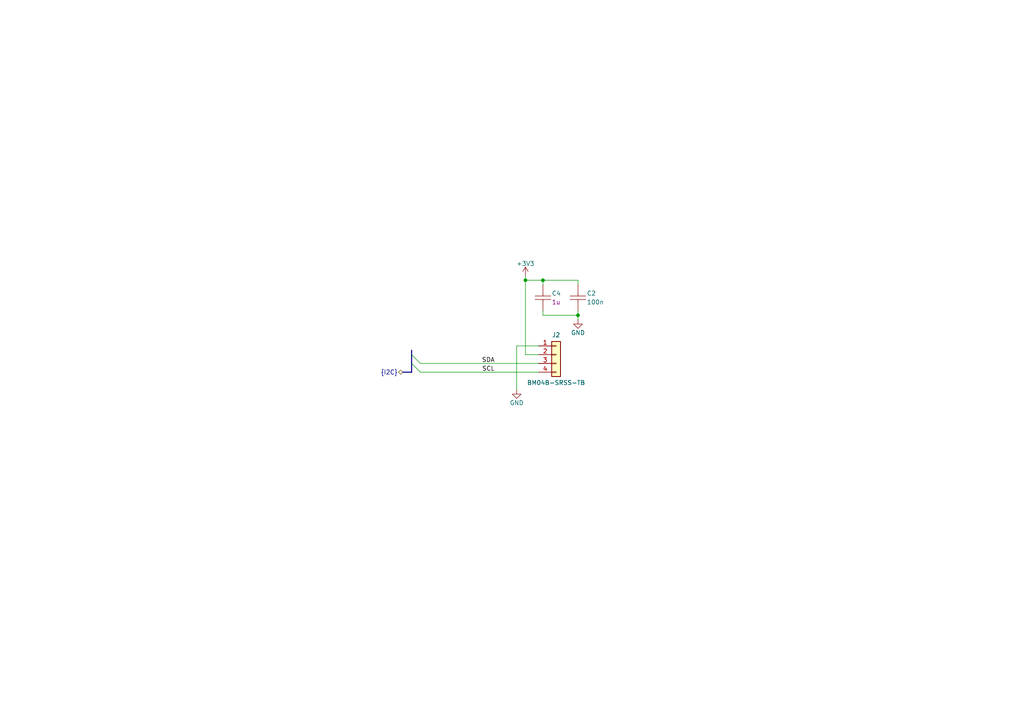
<source format=kicad_sch>
(kicad_sch (version 20230121) (generator eeschema)
  (paper "A4")
  (title_block (title "Programmable Keyboard") (date "2023-10-14") (rev "1.0") (company "Kallio Designs Oy") (comment 1 "TL, NH") (comment 3 "PCB_PN"))
  (lib_symbols
    (symbol "KD_Capacitor:C_0603_100n_X7R_50V" (pin_numbers hide) (pin_names hide)
      (property "Reference" "C" (at 2.54 1.27 0))
      (property "Value" "100n" (at 2.54 -1.27 0))
      (symbol "C_0603_100n_X7R_50V_0_1"
        (polyline (pts (xy -2.286 -0.508) (xy 2.286 -0.508)))
        (polyline (pts (xy -2.286 0.508) (xy 2.286 0.508)))
        (polyline (pts (xy 0 -0.508) (xy 0 -1.016)))
        (polyline (pts (xy 0 0.508) (xy 0 1.016)))
      )
      (symbol "C_0603_100n_X7R_50V_1_1"
        (pin passive line (at 0 3.81 270) (length 2.794) (name "~") (number "1"))
        (pin passive line (at 0 -3.81 90) (length 2.794) (name "~") (number "2"))
      )
    )
    (symbol "KD_Capacitor:C_0805_1u_X7R_25V" (pin_numbers hide) (pin_names hide)
      (property "Reference" "C" (at 2.54 1.27 0))
      (property "Code" "1u" (at 2.54 -1.27 0))
      (symbol "C_0805_1u_X7R_25V_0_1"
        (polyline (pts (xy -2.286 -0.508) (xy 2.286 -0.508)))
        (polyline (pts (xy -2.286 0.508) (xy 2.286 0.508)))
        (polyline (pts (xy 0 -0.508) (xy 0 -1.016)))
        (polyline (pts (xy 0 0.508) (xy 0 1.016)))
      )
      (symbol "C_0805_1u_X7R_25V_1_1"
        (pin passive line (at 0 3.81 270) (length 2.794) (name "~") (number "1"))
        (pin passive line (at 0 -3.81 90) (length 2.794) (name "~") (number "2"))
      )
    )
    (symbol "KD_Connector_Rectangular:JST_SH_1X04_BM04B-SRSS-TB" (pin_names hide)
      (property "Reference" "J" (at 5.08 3.175 0))
      (property "Value" "BM04B-SRSS-TB" (at 5.08 -10.668 0))
      (symbol "JST_SH_1X04_BM04B-SRSS-TB_1_1"
        (rectangle (start 3.81 -7.493) (end 5.08 -7.747) (stroke (width 0.1524)))
        (rectangle (start 3.81 -4.953) (end 5.08 -5.207) (stroke (width 0.1524)))
        (rectangle (start 3.81 -2.413) (end 5.08 -2.667) (stroke (width 0.1524)))
        (rectangle (start 3.81 0.127) (end 5.08 -0.127) (stroke (width 0.1524)))
        (rectangle (start 3.81 1.27) (end 6.35 -8.89) (stroke (width 0.254)) (fill (type background)))
        (pin passive line (at 0 0 0) (length 3.81) (name "Pin_1") (number "1"))
        (pin passive line (at 0 -2.54 0) (length 3.81) (name "Pin_2") (number "2"))
        (pin passive line (at 0 -5.08 0) (length 3.81) (name "Pin_3") (number "3"))
        (pin passive line (at 0 -7.62 0) (length 3.81) (name "Pin_4") (number "4"))
      )
    )
    (symbol "power:+3V3" (power) (pin_names (offset 0))
      (property "Value" "+3V3" (at 0 3.556 0))
      (symbol "+3V3_0_1"
        (polyline (pts (xy -0.762 1.27) (xy 0 2.54)))
        (polyline (pts (xy 0 0) (xy 0 2.54)))
        (polyline (pts (xy 0 2.54) (xy 0.762 1.27)))
      )
      (symbol "+3V3_1_1"
        (pin power_in line (at 0 0 90) (length 0) hide (name "+3V3") (number "1"))
      )
    )
    (symbol "power:GND" (power) (pin_names (offset 0))
      (property "Value" "GND" (at 0 -3.81 0))
      (symbol "GND_0_1"
        (polyline (pts (xy 0 0) (xy 0 -1.27) (xy 1.27 -1.27) (xy 0 -2.54) (xy -1.27 -1.27) (xy 0 -1.27)))
      )
      (symbol "GND_1_1"
        (pin power_in line (at 0 0 270) (length 0) hide (name "GND") (number "1"))
      )
    )
  )
  (junction (at 152.4 81.28))
  (junction (at 167.64 91.44))
  (junction (at 157.48 81.28))
  (bus_entry (at 121.92 105.41) (size -2.54 -2.54))
  (bus_entry (at 121.92 107.95) (size -2.54 -2.54))
  (wire (pts (xy 167.64 91.44) (xy 167.64 90.17)))
  (bus (pts (xy 119.38 102.87) (xy 119.38 105.41)))
  (wire (pts (xy 152.4 81.28) (xy 152.4 80.01)))
  (wire (pts (xy 167.64 82.55) (xy 167.64 81.28)))
  (wire (pts (xy 157.48 91.44) (xy 167.64 91.44)))
  (wire (pts (xy 152.4 81.28) (xy 157.48 81.28)))
  (wire (pts (xy 167.64 92.71) (xy 167.64 91.44)))
  (bus (pts (xy 119.38 101.6) (xy 119.38 102.87)))
  (bus (pts (xy 119.38 105.41) (xy 119.38 107.95)))
  (wire (pts (xy 152.4 102.87) (xy 152.4 81.28)))
  (wire (pts (xy 149.86 100.33) (xy 149.86 113.03)))
  (wire (pts (xy 121.92 107.95) (xy 156.21 107.95)))
  (wire (pts (xy 157.48 81.28) (xy 167.64 81.28)))
  (bus (pts (xy 116.84 107.95) (xy 119.38 107.95)))
  (wire (pts (xy 156.21 100.33) (xy 149.86 100.33)))
  (wire (pts (xy 121.92 105.41) (xy 156.21 105.41)))
  (wire (pts (xy 156.21 102.87) (xy 152.4 102.87)))
  (wire (pts (xy 157.48 82.55) (xy 157.48 81.28)))
  (wire (pts (xy 157.48 90.17) (xy 157.48 91.44)))
  (label "SCL" (at 143.51 107.95 180))
  (label "SDA" (at 143.51 105.41 180))
  (hierarchical_label "{I2C}" (shape bidirectional) (at 116.84 107.95 180))
  (symbol (lib_id "power:GND") (at 167.64 92.71 0) (mirror y) (unit 1)
    (property "Reference" "#GND04" (effects hide))
    (property "Value" "GND" (at 167.64 96.52 0))
    (instances (project "000052 RCCON" (path "" (reference "#GND04") (unit 1))) (project "000018 PGKB" (path "" (reference "#GND017") (unit 1)) (path "" (reference "#GND022") (unit 1))))
  )
  (symbol (lib_id "power:GND") (at 149.86 113.03 0) (mirror y) (unit 1)
    (property "Reference" "#GND04" (effects hide))
    (property "Value" "GND" (at 149.86 116.84 0))
    (instances (project "000052 RCCON" (path "" (reference "#GND04") (unit 1))) (project "000018 PGKB" (path "" (reference "#GND017") (unit 1)) (path "" (reference "#GND021") (unit 1))))
  )
  (symbol (lib_id "KD_Capacitor:C_0805_1u_X7R_25V") (at 157.48 86.36 0) (unit 1)
    (property "Reference" "C4" (at 160.02 85.09 0) (effects (justify left)))
    (property "Value" "1u" (effects hide))
    (property "Footprint" "KD_Capacitor:CAPC2012X135N" (effects hide))
    (property "Datasheet" "https://mm.digikey.com/Volume0/opasdata/d220001/medias/docus/1105/CL21B105KAFNNNE_Spec.pdf" (effects hide))
    (property "Code" "1u" (at 160.02 87.63 0) (effects (justify left)))
    (property "Manufacturer" "Samsung Electro-Mechanics" (effects hide))
    (property "MFG_PartNo" "CL21B105KAFNNNE" (effects hide))
    (property "Supplier" "Digi-Key" (effects hide))
    (property "Supplier_PartNo" "1276-1066-1-ND" (effects hide))
    (property "DNP" "F" (effects hide))
    (property "Price" "0.03" (effects hide))
    (instances (project "000052 RCCON" (path "" (reference "C4") (unit 1))) (project "000018 PGKB" (path "" (reference "C9") (unit 1)) (path "" (reference "C23") (unit 1))))
  )
  (symbol (lib_id "KD_Connector_Rectangular:JST_SH_1X04_BM04B-SRSS-TB") (at 156.21 100.33 0) (unit 1)
    (property "Reference" "J2" (at 161.29 97.155 0))
    (property "Value" "BM04B-SRSS-TB" (at 161.29 110.998 0))
    (property "Footprint" "KD_Connector_Rectangular:JST_SH_BM04B-SRSS-TB_1x04-1MP_P1.00mm_Vertical" (effects hide))
    (property "Datasheet" "https://www.jst-mfg.com/product/pdf/eng/eSH.pdf" (effects hide))
    (property "Manufacturer" "JST Sales America Inc." (effects hide))
    (property "MFG_PartNo" "BM04B-SRSS-TB" (effects hide))
    (property "Supplier" "Digi-Key" (effects hide))
    (property "Supplier_PartNo" "455-BM04B-SRSS-TBCT-ND" (effects hide))
    (property "DNP" "F" (effects hide))
    (property "Price" "1.5" (effects hide))
  )
  (symbol (lib_id "power:+3V3") (at 152.4 80.01 0) (unit 1)
    (property "Reference" "#+3V02" (effects hide))
    (property "Value" "+3V3" (at 152.4 76.454 0))
    (instances (project "000052 RCCON" (path "" (reference "#+3V02") (unit 1))) (project "000018 PGKB" (path "" (reference "#+3V04") (unit 1)) (path "" (reference "#+3V010") (unit 1))))
  )
  (symbol (lib_id "KD_Capacitor:C_0603_100n_X7R_50V") (at 167.64 86.36 0) (unit 1)
    (property "Reference" "C2" (at 170.18 85.09 0) (effects (justify left)))
    (property "Value" "100n" (at 170.18 87.63 0) (effects (justify left)))
    (property "Footprint" "KD_Capacitor:CAPC1608X90N" (effects hide))
    (property "Datasheet" "https://mm.digikey.com/Volume0/opasdata/d220001/medias/docus/658/CL10B104KB8NNWC_Spec.pdf" (effects hide))
    (property "Value" "100n" (at 170.18 87.63 0) (effects (justify left)))
    (property "Manufacturer" "Samsung" (effects hide))
    (property "MFG_PartNo" "CL10B104KB8NNWC" (effects hide))
    (property "Supplier" "Digi-Key" (effects hide))
    (property "Supplier_PartNo" "1276-1935-1-ND" (effects hide))
    (property "DNP" "F" (effects hide))
    (property "Price" "0.01" (effects hide))
    (instances (project "000052 RCCON" (path "" (reference "C2") (unit 1))) (project "000018 PGKB" (path "" (reference "C8") (unit 1)) (path "" (reference "C24") (unit 1))))
  )
)
</source>
